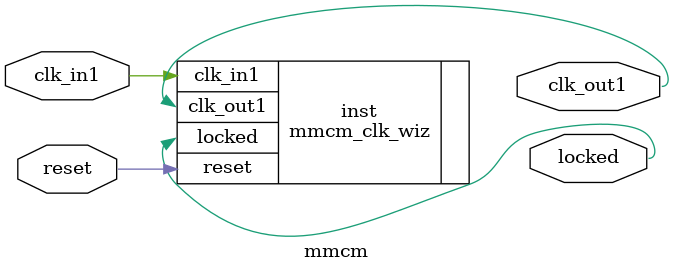
<source format=v>


`timescale 1ps/1ps

(* CORE_GENERATION_INFO = "mmcm,clk_wiz_v6_0_11_0_0,{component_name=mmcm,use_phase_alignment=true,use_min_o_jitter=false,use_max_i_jitter=false,use_dyn_phase_shift=false,use_inclk_switchover=false,use_dyn_reconfig=false,enable_axi=0,feedback_source=FDBK_AUTO,PRIMITIVE=MMCM,num_out_clk=1,clkin1_period=10.000,clkin2_period=10.000,use_power_down=false,use_reset=true,use_locked=true,use_inclk_stopped=false,feedback_type=SINGLE,CLOCK_MGR_TYPE=NA,manual_override=false}" *)

module mmcm 
 (
  // Clock out ports
  output        clk_out1,
  // Status and control signals
  input         reset,
  output        locked,
 // Clock in ports
  input         clk_in1
 );

  mmcm_clk_wiz inst
  (
  // Clock out ports  
  .clk_out1(clk_out1),
  // Status and control signals               
  .reset(reset), 
  .locked(locked),
 // Clock in ports
  .clk_in1(clk_in1)
  );

endmodule

</source>
